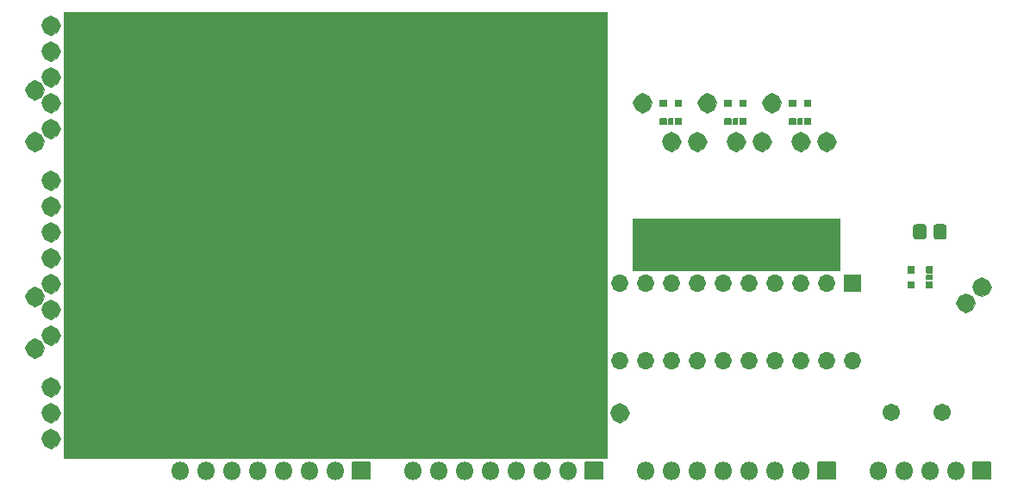
<source format=gbr>
G04 #@! TF.GenerationSoftware,KiCad,Pcbnew,(5.1.8)-1*
G04 #@! TF.CreationDate,2022-02-21T20:22:27+03:00*
G04 #@! TF.ProjectId,template-b,74656d70-6c61-4746-952d-622e6b696361,rev?*
G04 #@! TF.SameCoordinates,Original*
G04 #@! TF.FileFunction,Soldermask,Bot*
G04 #@! TF.FilePolarity,Negative*
%FSLAX46Y46*%
G04 Gerber Fmt 4.6, Leading zero omitted, Abs format (unit mm)*
G04 Created by KiCad (PCBNEW (5.1.8)-1) date 2022-02-21 20:22:27*
%MOMM*%
%LPD*%
G01*
G04 APERTURE LIST*
%ADD10C,0.100000*%
%ADD11O,1.802000X1.802000*%
%ADD12C,1.702000*%
%ADD13O,1.702000X1.702000*%
G04 APERTURE END LIST*
D10*
G36*
X81915000Y-57785000D02*
G01*
X82232500Y-58420000D01*
X81915000Y-59055000D01*
X81280000Y-59372500D01*
X80645000Y-59055000D01*
X80327500Y-58420000D01*
X80645000Y-57785000D01*
X81280000Y-57467500D01*
X81915000Y-57785000D01*
G37*
X81915000Y-57785000D02*
X82232500Y-58420000D01*
X81915000Y-59055000D01*
X81280000Y-59372500D01*
X80645000Y-59055000D01*
X80327500Y-58420000D01*
X80645000Y-57785000D01*
X81280000Y-57467500D01*
X81915000Y-57785000D01*
G36*
X24447500Y-51435000D02*
G01*
X24765000Y-52070000D01*
X24447500Y-52705000D01*
X23812500Y-53022500D01*
X23177500Y-52705000D01*
X22860000Y-52070000D01*
X23177500Y-51435000D01*
X23812500Y-51117500D01*
X24447500Y-51435000D01*
G37*
X24447500Y-51435000D02*
X24765000Y-52070000D01*
X24447500Y-52705000D01*
X23812500Y-53022500D01*
X23177500Y-52705000D01*
X22860000Y-52070000D01*
X23177500Y-51435000D01*
X23812500Y-51117500D01*
X24447500Y-51435000D01*
G36*
X24447500Y-46355000D02*
G01*
X24765000Y-46990000D01*
X24447500Y-47625000D01*
X23812500Y-47942500D01*
X23177500Y-47625000D01*
X22860000Y-46990000D01*
X23177500Y-46355000D01*
X23812500Y-46037500D01*
X24447500Y-46355000D01*
G37*
X24447500Y-46355000D02*
X24765000Y-46990000D01*
X24447500Y-47625000D01*
X23812500Y-47942500D01*
X23177500Y-47625000D01*
X22860000Y-46990000D01*
X23177500Y-46355000D01*
X23812500Y-46037500D01*
X24447500Y-46355000D01*
G36*
X24447500Y-31115000D02*
G01*
X24765000Y-31750000D01*
X24447500Y-32385000D01*
X23812500Y-32702500D01*
X23177500Y-32385000D01*
X22860000Y-31750000D01*
X23177500Y-31115000D01*
X23812500Y-30797500D01*
X24447500Y-31115000D01*
G37*
X24447500Y-31115000D02*
X24765000Y-31750000D01*
X24447500Y-32385000D01*
X23812500Y-32702500D01*
X23177500Y-32385000D01*
X22860000Y-31750000D01*
X23177500Y-31115000D01*
X23812500Y-30797500D01*
X24447500Y-31115000D01*
G36*
X24447500Y-26035000D02*
G01*
X24765000Y-26670000D01*
X24447500Y-27305000D01*
X23812500Y-27622500D01*
X23177500Y-27305000D01*
X22860000Y-26670000D01*
X23177500Y-26035000D01*
X23812500Y-25717500D01*
X24447500Y-26035000D01*
G37*
X24447500Y-26035000D02*
X24765000Y-26670000D01*
X24447500Y-27305000D01*
X23812500Y-27622500D01*
X23177500Y-27305000D01*
X22860000Y-26670000D01*
X23177500Y-26035000D01*
X23812500Y-25717500D01*
X24447500Y-26035000D01*
G36*
X26035000Y-60325000D02*
G01*
X26352500Y-60960000D01*
X26035000Y-61595000D01*
X25400000Y-61912500D01*
X24765000Y-61595000D01*
X24447500Y-60960000D01*
X24765000Y-60325000D01*
X25400000Y-60007500D01*
X26035000Y-60325000D01*
G37*
X26035000Y-60325000D02*
X26352500Y-60960000D01*
X26035000Y-61595000D01*
X25400000Y-61912500D01*
X24765000Y-61595000D01*
X24447500Y-60960000D01*
X24765000Y-60325000D01*
X25400000Y-60007500D01*
X26035000Y-60325000D01*
G36*
X26035000Y-57785000D02*
G01*
X26352500Y-58420000D01*
X26035000Y-59055000D01*
X25400000Y-59372500D01*
X24765000Y-59055000D01*
X24447500Y-58420000D01*
X24765000Y-57785000D01*
X25400000Y-57467500D01*
X26035000Y-57785000D01*
G37*
X26035000Y-57785000D02*
X26352500Y-58420000D01*
X26035000Y-59055000D01*
X25400000Y-59372500D01*
X24765000Y-59055000D01*
X24447500Y-58420000D01*
X24765000Y-57785000D01*
X25400000Y-57467500D01*
X26035000Y-57785000D01*
G36*
X26035000Y-55245000D02*
G01*
X26352500Y-55880000D01*
X26035000Y-56515000D01*
X25400000Y-56832500D01*
X24765000Y-56515000D01*
X24447500Y-55880000D01*
X24765000Y-55245000D01*
X25400000Y-54927500D01*
X26035000Y-55245000D01*
G37*
X26035000Y-55245000D02*
X26352500Y-55880000D01*
X26035000Y-56515000D01*
X25400000Y-56832500D01*
X24765000Y-56515000D01*
X24447500Y-55880000D01*
X24765000Y-55245000D01*
X25400000Y-54927500D01*
X26035000Y-55245000D01*
G36*
X26035000Y-50165000D02*
G01*
X26352500Y-50800000D01*
X26035000Y-51435000D01*
X25400000Y-51752500D01*
X24765000Y-51435000D01*
X24447500Y-50800000D01*
X24765000Y-50165000D01*
X25400000Y-49847500D01*
X26035000Y-50165000D01*
G37*
X26035000Y-50165000D02*
X26352500Y-50800000D01*
X26035000Y-51435000D01*
X25400000Y-51752500D01*
X24765000Y-51435000D01*
X24447500Y-50800000D01*
X24765000Y-50165000D01*
X25400000Y-49847500D01*
X26035000Y-50165000D01*
G36*
X26035000Y-47625000D02*
G01*
X26352500Y-48260000D01*
X26035000Y-48895000D01*
X25400000Y-49212500D01*
X24765000Y-48895000D01*
X24447500Y-48260000D01*
X24765000Y-47625000D01*
X25400000Y-47307500D01*
X26035000Y-47625000D01*
G37*
X26035000Y-47625000D02*
X26352500Y-48260000D01*
X26035000Y-48895000D01*
X25400000Y-49212500D01*
X24765000Y-48895000D01*
X24447500Y-48260000D01*
X24765000Y-47625000D01*
X25400000Y-47307500D01*
X26035000Y-47625000D01*
G36*
X26035000Y-45085000D02*
G01*
X26352500Y-45720000D01*
X26035000Y-46355000D01*
X25400000Y-46672500D01*
X24765000Y-46355000D01*
X24447500Y-45720000D01*
X24765000Y-45085000D01*
X25400000Y-44767500D01*
X26035000Y-45085000D01*
G37*
X26035000Y-45085000D02*
X26352500Y-45720000D01*
X26035000Y-46355000D01*
X25400000Y-46672500D01*
X24765000Y-46355000D01*
X24447500Y-45720000D01*
X24765000Y-45085000D01*
X25400000Y-44767500D01*
X26035000Y-45085000D01*
G36*
X26035000Y-42545000D02*
G01*
X26352500Y-43180000D01*
X26035000Y-43815000D01*
X25400000Y-44132500D01*
X24765000Y-43815000D01*
X24447500Y-43180000D01*
X24765000Y-42545000D01*
X25400000Y-42227500D01*
X26035000Y-42545000D01*
G37*
X26035000Y-42545000D02*
X26352500Y-43180000D01*
X26035000Y-43815000D01*
X25400000Y-44132500D01*
X24765000Y-43815000D01*
X24447500Y-43180000D01*
X24765000Y-42545000D01*
X25400000Y-42227500D01*
X26035000Y-42545000D01*
G36*
X26035000Y-40005000D02*
G01*
X26352500Y-40640000D01*
X26035000Y-41275000D01*
X25400000Y-41592500D01*
X24765000Y-41275000D01*
X24447500Y-40640000D01*
X24765000Y-40005000D01*
X25400000Y-39687500D01*
X26035000Y-40005000D01*
G37*
X26035000Y-40005000D02*
X26352500Y-40640000D01*
X26035000Y-41275000D01*
X25400000Y-41592500D01*
X24765000Y-41275000D01*
X24447500Y-40640000D01*
X24765000Y-40005000D01*
X25400000Y-39687500D01*
X26035000Y-40005000D01*
G36*
X26035000Y-37465000D02*
G01*
X26352500Y-38100000D01*
X26035000Y-38735000D01*
X25400000Y-39052500D01*
X24765000Y-38735000D01*
X24447500Y-38100000D01*
X24765000Y-37465000D01*
X25400000Y-37147500D01*
X26035000Y-37465000D01*
G37*
X26035000Y-37465000D02*
X26352500Y-38100000D01*
X26035000Y-38735000D01*
X25400000Y-39052500D01*
X24765000Y-38735000D01*
X24447500Y-38100000D01*
X24765000Y-37465000D01*
X25400000Y-37147500D01*
X26035000Y-37465000D01*
G36*
X26035000Y-34925000D02*
G01*
X26352500Y-35560000D01*
X26035000Y-36195000D01*
X25400000Y-36512500D01*
X24765000Y-36195000D01*
X24447500Y-35560000D01*
X24765000Y-34925000D01*
X25400000Y-34607500D01*
X26035000Y-34925000D01*
G37*
X26035000Y-34925000D02*
X26352500Y-35560000D01*
X26035000Y-36195000D01*
X25400000Y-36512500D01*
X24765000Y-36195000D01*
X24447500Y-35560000D01*
X24765000Y-34925000D01*
X25400000Y-34607500D01*
X26035000Y-34925000D01*
G36*
X26035000Y-29845000D02*
G01*
X26352500Y-30480000D01*
X26035000Y-31115000D01*
X25400000Y-31432500D01*
X24765000Y-31115000D01*
X24447500Y-30480000D01*
X24765000Y-29845000D01*
X25400000Y-29527500D01*
X26035000Y-29845000D01*
G37*
X26035000Y-29845000D02*
X26352500Y-30480000D01*
X26035000Y-31115000D01*
X25400000Y-31432500D01*
X24765000Y-31115000D01*
X24447500Y-30480000D01*
X24765000Y-29845000D01*
X25400000Y-29527500D01*
X26035000Y-29845000D01*
G36*
X26035000Y-27305000D02*
G01*
X26352500Y-27940000D01*
X26035000Y-28575000D01*
X25400000Y-28892500D01*
X24765000Y-28575000D01*
X24447500Y-27940000D01*
X24765000Y-27305000D01*
X25400000Y-26987500D01*
X26035000Y-27305000D01*
G37*
X26035000Y-27305000D02*
X26352500Y-27940000D01*
X26035000Y-28575000D01*
X25400000Y-28892500D01*
X24765000Y-28575000D01*
X24447500Y-27940000D01*
X24765000Y-27305000D01*
X25400000Y-26987500D01*
X26035000Y-27305000D01*
G36*
X26035000Y-24765000D02*
G01*
X26352500Y-25400000D01*
X26035000Y-26035000D01*
X25400000Y-26352500D01*
X24765000Y-26035000D01*
X24447500Y-25400000D01*
X24765000Y-24765000D01*
X25400000Y-24447500D01*
X26035000Y-24765000D01*
G37*
X26035000Y-24765000D02*
X26352500Y-25400000D01*
X26035000Y-26035000D01*
X25400000Y-26352500D01*
X24765000Y-26035000D01*
X24447500Y-25400000D01*
X24765000Y-24765000D01*
X25400000Y-24447500D01*
X26035000Y-24765000D01*
G36*
X26035000Y-22225000D02*
G01*
X26352500Y-22860000D01*
X26035000Y-23495000D01*
X25400000Y-23812500D01*
X24765000Y-23495000D01*
X24447500Y-22860000D01*
X24765000Y-22225000D01*
X25400000Y-21907500D01*
X26035000Y-22225000D01*
G37*
X26035000Y-22225000D02*
X26352500Y-22860000D01*
X26035000Y-23495000D01*
X25400000Y-23812500D01*
X24765000Y-23495000D01*
X24447500Y-22860000D01*
X24765000Y-22225000D01*
X25400000Y-21907500D01*
X26035000Y-22225000D01*
G36*
X26035000Y-19685000D02*
G01*
X26352500Y-20320000D01*
X26035000Y-20955000D01*
X25400000Y-21272500D01*
X24765000Y-20955000D01*
X24447500Y-20320000D01*
X24765000Y-19685000D01*
X25400000Y-19367500D01*
X26035000Y-19685000D01*
G37*
X26035000Y-19685000D02*
X26352500Y-20320000D01*
X26035000Y-20955000D01*
X25400000Y-21272500D01*
X24765000Y-20955000D01*
X24447500Y-20320000D01*
X24765000Y-19685000D01*
X25400000Y-19367500D01*
X26035000Y-19685000D01*
G36*
X115887500Y-46990000D02*
G01*
X116205000Y-47625000D01*
X115887500Y-48260000D01*
X115252500Y-48577500D01*
X114617500Y-48260000D01*
X114300000Y-47625000D01*
X114617500Y-46990000D01*
X115252500Y-46672500D01*
X115887500Y-46990000D01*
G37*
X115887500Y-46990000D02*
X116205000Y-47625000D01*
X115887500Y-48260000D01*
X115252500Y-48577500D01*
X114617500Y-48260000D01*
X114300000Y-47625000D01*
X114617500Y-46990000D01*
X115252500Y-46672500D01*
X115887500Y-46990000D01*
G36*
X117475000Y-45402500D02*
G01*
X117792500Y-46037500D01*
X117475000Y-46672500D01*
X116840000Y-46990000D01*
X116205000Y-46672500D01*
X115887500Y-46037500D01*
X116205000Y-45402500D01*
X116840000Y-45085000D01*
X117475000Y-45402500D01*
G37*
X117475000Y-45402500D02*
X117792500Y-46037500D01*
X117475000Y-46672500D01*
X116840000Y-46990000D01*
X116205000Y-46672500D01*
X115887500Y-46037500D01*
X116205000Y-45402500D01*
X116840000Y-45085000D01*
X117475000Y-45402500D01*
G36*
X93345000Y-31115000D02*
G01*
X93662500Y-31750000D01*
X93345000Y-32385000D01*
X92710000Y-32702500D01*
X92075000Y-32385000D01*
X91757500Y-31750000D01*
X92075000Y-31115000D01*
X92710000Y-30797500D01*
X93345000Y-31115000D01*
G37*
X93345000Y-31115000D02*
X93662500Y-31750000D01*
X93345000Y-32385000D01*
X92710000Y-32702500D01*
X92075000Y-32385000D01*
X91757500Y-31750000D01*
X92075000Y-31115000D01*
X92710000Y-30797500D01*
X93345000Y-31115000D01*
G36*
X89535000Y-31115000D02*
G01*
X89852500Y-31750000D01*
X89535000Y-32385000D01*
X88900000Y-32702500D01*
X88265000Y-32385000D01*
X87947500Y-31750000D01*
X88265000Y-31115000D01*
X88900000Y-30797500D01*
X89535000Y-31115000D01*
G37*
X89535000Y-31115000D02*
X89852500Y-31750000D01*
X89535000Y-32385000D01*
X88900000Y-32702500D01*
X88265000Y-32385000D01*
X87947500Y-31750000D01*
X88265000Y-31115000D01*
X88900000Y-30797500D01*
X89535000Y-31115000D01*
G36*
X86995000Y-31115000D02*
G01*
X87312500Y-31750000D01*
X86995000Y-32385000D01*
X86360000Y-32702500D01*
X85725000Y-32385000D01*
X85407500Y-31750000D01*
X85725000Y-31115000D01*
X86360000Y-30797500D01*
X86995000Y-31115000D01*
G37*
X86995000Y-31115000D02*
X87312500Y-31750000D01*
X86995000Y-32385000D01*
X86360000Y-32702500D01*
X85725000Y-32385000D01*
X85407500Y-31750000D01*
X85725000Y-31115000D01*
X86360000Y-30797500D01*
X86995000Y-31115000D01*
G36*
X84137500Y-27305000D02*
G01*
X84455000Y-27940000D01*
X84137500Y-28575000D01*
X83502500Y-28892500D01*
X82867500Y-28575000D01*
X82550000Y-27940000D01*
X82867500Y-27305000D01*
X83502500Y-26987500D01*
X84137500Y-27305000D01*
G37*
X84137500Y-27305000D02*
X84455000Y-27940000D01*
X84137500Y-28575000D01*
X83502500Y-28892500D01*
X82867500Y-28575000D01*
X82550000Y-27940000D01*
X82867500Y-27305000D01*
X83502500Y-26987500D01*
X84137500Y-27305000D01*
G36*
X90487500Y-27305000D02*
G01*
X90805000Y-27940000D01*
X90487500Y-28575000D01*
X89852500Y-28892500D01*
X89217500Y-28575000D01*
X88900000Y-27940000D01*
X89217500Y-27305000D01*
X89852500Y-26987500D01*
X90487500Y-27305000D01*
G37*
X90487500Y-27305000D02*
X90805000Y-27940000D01*
X90487500Y-28575000D01*
X89852500Y-28892500D01*
X89217500Y-28575000D01*
X88900000Y-27940000D01*
X89217500Y-27305000D01*
X89852500Y-26987500D01*
X90487500Y-27305000D01*
G36*
X96837500Y-27305000D02*
G01*
X97155000Y-27940000D01*
X96837500Y-28575000D01*
X96202500Y-28892500D01*
X95567500Y-28575000D01*
X95250000Y-27940000D01*
X95567500Y-27305000D01*
X96202500Y-26987500D01*
X96837500Y-27305000D01*
G37*
X96837500Y-27305000D02*
X97155000Y-27940000D01*
X96837500Y-28575000D01*
X96202500Y-28892500D01*
X95567500Y-28575000D01*
X95250000Y-27940000D01*
X95567500Y-27305000D01*
X96202500Y-26987500D01*
X96837500Y-27305000D01*
G36*
X95885000Y-31115000D02*
G01*
X96202500Y-31750000D01*
X95885000Y-32385000D01*
X95250000Y-32702500D01*
X94615000Y-32385000D01*
X94297500Y-31750000D01*
X94615000Y-31115000D01*
X95250000Y-30797500D01*
X95885000Y-31115000D01*
G37*
X95885000Y-31115000D02*
X96202500Y-31750000D01*
X95885000Y-32385000D01*
X95250000Y-32702500D01*
X94615000Y-32385000D01*
X94297500Y-31750000D01*
X94615000Y-31115000D01*
X95250000Y-30797500D01*
X95885000Y-31115000D01*
G36*
X99695000Y-31115000D02*
G01*
X100012500Y-31750000D01*
X99695000Y-32385000D01*
X99060000Y-32702500D01*
X98425000Y-32385000D01*
X98107500Y-31750000D01*
X98425000Y-31115000D01*
X99060000Y-30797500D01*
X99695000Y-31115000D01*
G37*
X99695000Y-31115000D02*
X100012500Y-31750000D01*
X99695000Y-32385000D01*
X99060000Y-32702500D01*
X98425000Y-32385000D01*
X98107500Y-31750000D01*
X98425000Y-31115000D01*
X99060000Y-30797500D01*
X99695000Y-31115000D01*
G36*
X102235000Y-31115000D02*
G01*
X102552500Y-31750000D01*
X102235000Y-32385000D01*
X101600000Y-32702500D01*
X100965000Y-32385000D01*
X100647500Y-31750000D01*
X100965000Y-31115000D01*
X101600000Y-30797500D01*
X102235000Y-31115000D01*
G37*
X102235000Y-31115000D02*
X102552500Y-31750000D01*
X102235000Y-32385000D01*
X101600000Y-32702500D01*
X100965000Y-32385000D01*
X100647500Y-31750000D01*
X100965000Y-31115000D01*
X101600000Y-30797500D01*
X102235000Y-31115000D01*
G36*
X102870000Y-44450000D02*
G01*
X82550000Y-44450000D01*
X82550000Y-39370000D01*
X102870000Y-39370000D01*
X102870000Y-44450000D01*
G37*
X102870000Y-44450000D02*
X82550000Y-44450000D01*
X82550000Y-39370000D01*
X102870000Y-39370000D01*
X102870000Y-44450000D01*
G36*
X80010000Y-62865000D02*
G01*
X26670000Y-62865000D01*
X26670000Y-19050000D01*
X80010000Y-19050000D01*
X80010000Y-62865000D01*
G37*
X80010000Y-62865000D02*
X26670000Y-62865000D01*
X26670000Y-19050000D01*
X80010000Y-19050000D01*
X80010000Y-62865000D01*
G36*
X81915000Y-57785000D02*
G01*
X82232500Y-58420000D01*
X81915000Y-59055000D01*
X81280000Y-59372500D01*
X80645000Y-59055000D01*
X80327500Y-58420000D01*
X80645000Y-57785000D01*
X81280000Y-57467500D01*
X81915000Y-57785000D01*
G37*
X81915000Y-57785000D02*
X82232500Y-58420000D01*
X81915000Y-59055000D01*
X81280000Y-59372500D01*
X80645000Y-59055000D01*
X80327500Y-58420000D01*
X80645000Y-57785000D01*
X81280000Y-57467500D01*
X81915000Y-57785000D01*
G36*
X24447500Y-51435000D02*
G01*
X24765000Y-52070000D01*
X24447500Y-52705000D01*
X23812500Y-53022500D01*
X23177500Y-52705000D01*
X22860000Y-52070000D01*
X23177500Y-51435000D01*
X23812500Y-51117500D01*
X24447500Y-51435000D01*
G37*
X24447500Y-51435000D02*
X24765000Y-52070000D01*
X24447500Y-52705000D01*
X23812500Y-53022500D01*
X23177500Y-52705000D01*
X22860000Y-52070000D01*
X23177500Y-51435000D01*
X23812500Y-51117500D01*
X24447500Y-51435000D01*
G36*
X24447500Y-46355000D02*
G01*
X24765000Y-46990000D01*
X24447500Y-47625000D01*
X23812500Y-47942500D01*
X23177500Y-47625000D01*
X22860000Y-46990000D01*
X23177500Y-46355000D01*
X23812500Y-46037500D01*
X24447500Y-46355000D01*
G37*
X24447500Y-46355000D02*
X24765000Y-46990000D01*
X24447500Y-47625000D01*
X23812500Y-47942500D01*
X23177500Y-47625000D01*
X22860000Y-46990000D01*
X23177500Y-46355000D01*
X23812500Y-46037500D01*
X24447500Y-46355000D01*
G36*
X24447500Y-31115000D02*
G01*
X24765000Y-31750000D01*
X24447500Y-32385000D01*
X23812500Y-32702500D01*
X23177500Y-32385000D01*
X22860000Y-31750000D01*
X23177500Y-31115000D01*
X23812500Y-30797500D01*
X24447500Y-31115000D01*
G37*
X24447500Y-31115000D02*
X24765000Y-31750000D01*
X24447500Y-32385000D01*
X23812500Y-32702500D01*
X23177500Y-32385000D01*
X22860000Y-31750000D01*
X23177500Y-31115000D01*
X23812500Y-30797500D01*
X24447500Y-31115000D01*
G36*
X24447500Y-26035000D02*
G01*
X24765000Y-26670000D01*
X24447500Y-27305000D01*
X23812500Y-27622500D01*
X23177500Y-27305000D01*
X22860000Y-26670000D01*
X23177500Y-26035000D01*
X23812500Y-25717500D01*
X24447500Y-26035000D01*
G37*
X24447500Y-26035000D02*
X24765000Y-26670000D01*
X24447500Y-27305000D01*
X23812500Y-27622500D01*
X23177500Y-27305000D01*
X22860000Y-26670000D01*
X23177500Y-26035000D01*
X23812500Y-25717500D01*
X24447500Y-26035000D01*
G36*
X26035000Y-60325000D02*
G01*
X26352500Y-60960000D01*
X26035000Y-61595000D01*
X25400000Y-61912500D01*
X24765000Y-61595000D01*
X24447500Y-60960000D01*
X24765000Y-60325000D01*
X25400000Y-60007500D01*
X26035000Y-60325000D01*
G37*
X26035000Y-60325000D02*
X26352500Y-60960000D01*
X26035000Y-61595000D01*
X25400000Y-61912500D01*
X24765000Y-61595000D01*
X24447500Y-60960000D01*
X24765000Y-60325000D01*
X25400000Y-60007500D01*
X26035000Y-60325000D01*
G36*
X26035000Y-57785000D02*
G01*
X26352500Y-58420000D01*
X26035000Y-59055000D01*
X25400000Y-59372500D01*
X24765000Y-59055000D01*
X24447500Y-58420000D01*
X24765000Y-57785000D01*
X25400000Y-57467500D01*
X26035000Y-57785000D01*
G37*
X26035000Y-57785000D02*
X26352500Y-58420000D01*
X26035000Y-59055000D01*
X25400000Y-59372500D01*
X24765000Y-59055000D01*
X24447500Y-58420000D01*
X24765000Y-57785000D01*
X25400000Y-57467500D01*
X26035000Y-57785000D01*
G36*
X26035000Y-55245000D02*
G01*
X26352500Y-55880000D01*
X26035000Y-56515000D01*
X25400000Y-56832500D01*
X24765000Y-56515000D01*
X24447500Y-55880000D01*
X24765000Y-55245000D01*
X25400000Y-54927500D01*
X26035000Y-55245000D01*
G37*
X26035000Y-55245000D02*
X26352500Y-55880000D01*
X26035000Y-56515000D01*
X25400000Y-56832500D01*
X24765000Y-56515000D01*
X24447500Y-55880000D01*
X24765000Y-55245000D01*
X25400000Y-54927500D01*
X26035000Y-55245000D01*
G36*
X26035000Y-50165000D02*
G01*
X26352500Y-50800000D01*
X26035000Y-51435000D01*
X25400000Y-51752500D01*
X24765000Y-51435000D01*
X24447500Y-50800000D01*
X24765000Y-50165000D01*
X25400000Y-49847500D01*
X26035000Y-50165000D01*
G37*
X26035000Y-50165000D02*
X26352500Y-50800000D01*
X26035000Y-51435000D01*
X25400000Y-51752500D01*
X24765000Y-51435000D01*
X24447500Y-50800000D01*
X24765000Y-50165000D01*
X25400000Y-49847500D01*
X26035000Y-50165000D01*
G36*
X26035000Y-47625000D02*
G01*
X26352500Y-48260000D01*
X26035000Y-48895000D01*
X25400000Y-49212500D01*
X24765000Y-48895000D01*
X24447500Y-48260000D01*
X24765000Y-47625000D01*
X25400000Y-47307500D01*
X26035000Y-47625000D01*
G37*
X26035000Y-47625000D02*
X26352500Y-48260000D01*
X26035000Y-48895000D01*
X25400000Y-49212500D01*
X24765000Y-48895000D01*
X24447500Y-48260000D01*
X24765000Y-47625000D01*
X25400000Y-47307500D01*
X26035000Y-47625000D01*
G36*
X26035000Y-45085000D02*
G01*
X26352500Y-45720000D01*
X26035000Y-46355000D01*
X25400000Y-46672500D01*
X24765000Y-46355000D01*
X24447500Y-45720000D01*
X24765000Y-45085000D01*
X25400000Y-44767500D01*
X26035000Y-45085000D01*
G37*
X26035000Y-45085000D02*
X26352500Y-45720000D01*
X26035000Y-46355000D01*
X25400000Y-46672500D01*
X24765000Y-46355000D01*
X24447500Y-45720000D01*
X24765000Y-45085000D01*
X25400000Y-44767500D01*
X26035000Y-45085000D01*
G36*
X26035000Y-42545000D02*
G01*
X26352500Y-43180000D01*
X26035000Y-43815000D01*
X25400000Y-44132500D01*
X24765000Y-43815000D01*
X24447500Y-43180000D01*
X24765000Y-42545000D01*
X25400000Y-42227500D01*
X26035000Y-42545000D01*
G37*
X26035000Y-42545000D02*
X26352500Y-43180000D01*
X26035000Y-43815000D01*
X25400000Y-44132500D01*
X24765000Y-43815000D01*
X24447500Y-43180000D01*
X24765000Y-42545000D01*
X25400000Y-42227500D01*
X26035000Y-42545000D01*
G36*
X26035000Y-40005000D02*
G01*
X26352500Y-40640000D01*
X26035000Y-41275000D01*
X25400000Y-41592500D01*
X24765000Y-41275000D01*
X24447500Y-40640000D01*
X24765000Y-40005000D01*
X25400000Y-39687500D01*
X26035000Y-40005000D01*
G37*
X26035000Y-40005000D02*
X26352500Y-40640000D01*
X26035000Y-41275000D01*
X25400000Y-41592500D01*
X24765000Y-41275000D01*
X24447500Y-40640000D01*
X24765000Y-40005000D01*
X25400000Y-39687500D01*
X26035000Y-40005000D01*
G36*
X26035000Y-37465000D02*
G01*
X26352500Y-38100000D01*
X26035000Y-38735000D01*
X25400000Y-39052500D01*
X24765000Y-38735000D01*
X24447500Y-38100000D01*
X24765000Y-37465000D01*
X25400000Y-37147500D01*
X26035000Y-37465000D01*
G37*
X26035000Y-37465000D02*
X26352500Y-38100000D01*
X26035000Y-38735000D01*
X25400000Y-39052500D01*
X24765000Y-38735000D01*
X24447500Y-38100000D01*
X24765000Y-37465000D01*
X25400000Y-37147500D01*
X26035000Y-37465000D01*
G36*
X26035000Y-34925000D02*
G01*
X26352500Y-35560000D01*
X26035000Y-36195000D01*
X25400000Y-36512500D01*
X24765000Y-36195000D01*
X24447500Y-35560000D01*
X24765000Y-34925000D01*
X25400000Y-34607500D01*
X26035000Y-34925000D01*
G37*
X26035000Y-34925000D02*
X26352500Y-35560000D01*
X26035000Y-36195000D01*
X25400000Y-36512500D01*
X24765000Y-36195000D01*
X24447500Y-35560000D01*
X24765000Y-34925000D01*
X25400000Y-34607500D01*
X26035000Y-34925000D01*
G36*
X26035000Y-29845000D02*
G01*
X26352500Y-30480000D01*
X26035000Y-31115000D01*
X25400000Y-31432500D01*
X24765000Y-31115000D01*
X24447500Y-30480000D01*
X24765000Y-29845000D01*
X25400000Y-29527500D01*
X26035000Y-29845000D01*
G37*
X26035000Y-29845000D02*
X26352500Y-30480000D01*
X26035000Y-31115000D01*
X25400000Y-31432500D01*
X24765000Y-31115000D01*
X24447500Y-30480000D01*
X24765000Y-29845000D01*
X25400000Y-29527500D01*
X26035000Y-29845000D01*
G36*
X26035000Y-27305000D02*
G01*
X26352500Y-27940000D01*
X26035000Y-28575000D01*
X25400000Y-28892500D01*
X24765000Y-28575000D01*
X24447500Y-27940000D01*
X24765000Y-27305000D01*
X25400000Y-26987500D01*
X26035000Y-27305000D01*
G37*
X26035000Y-27305000D02*
X26352500Y-27940000D01*
X26035000Y-28575000D01*
X25400000Y-28892500D01*
X24765000Y-28575000D01*
X24447500Y-27940000D01*
X24765000Y-27305000D01*
X25400000Y-26987500D01*
X26035000Y-27305000D01*
G36*
X26035000Y-24765000D02*
G01*
X26352500Y-25400000D01*
X26035000Y-26035000D01*
X25400000Y-26352500D01*
X24765000Y-26035000D01*
X24447500Y-25400000D01*
X24765000Y-24765000D01*
X25400000Y-24447500D01*
X26035000Y-24765000D01*
G37*
X26035000Y-24765000D02*
X26352500Y-25400000D01*
X26035000Y-26035000D01*
X25400000Y-26352500D01*
X24765000Y-26035000D01*
X24447500Y-25400000D01*
X24765000Y-24765000D01*
X25400000Y-24447500D01*
X26035000Y-24765000D01*
G36*
X26035000Y-22225000D02*
G01*
X26352500Y-22860000D01*
X26035000Y-23495000D01*
X25400000Y-23812500D01*
X24765000Y-23495000D01*
X24447500Y-22860000D01*
X24765000Y-22225000D01*
X25400000Y-21907500D01*
X26035000Y-22225000D01*
G37*
X26035000Y-22225000D02*
X26352500Y-22860000D01*
X26035000Y-23495000D01*
X25400000Y-23812500D01*
X24765000Y-23495000D01*
X24447500Y-22860000D01*
X24765000Y-22225000D01*
X25400000Y-21907500D01*
X26035000Y-22225000D01*
G36*
X26035000Y-19685000D02*
G01*
X26352500Y-20320000D01*
X26035000Y-20955000D01*
X25400000Y-21272500D01*
X24765000Y-20955000D01*
X24447500Y-20320000D01*
X24765000Y-19685000D01*
X25400000Y-19367500D01*
X26035000Y-19685000D01*
G37*
X26035000Y-19685000D02*
X26352500Y-20320000D01*
X26035000Y-20955000D01*
X25400000Y-21272500D01*
X24765000Y-20955000D01*
X24447500Y-20320000D01*
X24765000Y-19685000D01*
X25400000Y-19367500D01*
X26035000Y-19685000D01*
G36*
X115887500Y-46990000D02*
G01*
X116205000Y-47625000D01*
X115887500Y-48260000D01*
X115252500Y-48577500D01*
X114617500Y-48260000D01*
X114300000Y-47625000D01*
X114617500Y-46990000D01*
X115252500Y-46672500D01*
X115887500Y-46990000D01*
G37*
X115887500Y-46990000D02*
X116205000Y-47625000D01*
X115887500Y-48260000D01*
X115252500Y-48577500D01*
X114617500Y-48260000D01*
X114300000Y-47625000D01*
X114617500Y-46990000D01*
X115252500Y-46672500D01*
X115887500Y-46990000D01*
G36*
X117475000Y-45402500D02*
G01*
X117792500Y-46037500D01*
X117475000Y-46672500D01*
X116840000Y-46990000D01*
X116205000Y-46672500D01*
X115887500Y-46037500D01*
X116205000Y-45402500D01*
X116840000Y-45085000D01*
X117475000Y-45402500D01*
G37*
X117475000Y-45402500D02*
X117792500Y-46037500D01*
X117475000Y-46672500D01*
X116840000Y-46990000D01*
X116205000Y-46672500D01*
X115887500Y-46037500D01*
X116205000Y-45402500D01*
X116840000Y-45085000D01*
X117475000Y-45402500D01*
G36*
X93345000Y-31115000D02*
G01*
X93662500Y-31750000D01*
X93345000Y-32385000D01*
X92710000Y-32702500D01*
X92075000Y-32385000D01*
X91757500Y-31750000D01*
X92075000Y-31115000D01*
X92710000Y-30797500D01*
X93345000Y-31115000D01*
G37*
X93345000Y-31115000D02*
X93662500Y-31750000D01*
X93345000Y-32385000D01*
X92710000Y-32702500D01*
X92075000Y-32385000D01*
X91757500Y-31750000D01*
X92075000Y-31115000D01*
X92710000Y-30797500D01*
X93345000Y-31115000D01*
G36*
X89535000Y-31115000D02*
G01*
X89852500Y-31750000D01*
X89535000Y-32385000D01*
X88900000Y-32702500D01*
X88265000Y-32385000D01*
X87947500Y-31750000D01*
X88265000Y-31115000D01*
X88900000Y-30797500D01*
X89535000Y-31115000D01*
G37*
X89535000Y-31115000D02*
X89852500Y-31750000D01*
X89535000Y-32385000D01*
X88900000Y-32702500D01*
X88265000Y-32385000D01*
X87947500Y-31750000D01*
X88265000Y-31115000D01*
X88900000Y-30797500D01*
X89535000Y-31115000D01*
G36*
X86995000Y-31115000D02*
G01*
X87312500Y-31750000D01*
X86995000Y-32385000D01*
X86360000Y-32702500D01*
X85725000Y-32385000D01*
X85407500Y-31750000D01*
X85725000Y-31115000D01*
X86360000Y-30797500D01*
X86995000Y-31115000D01*
G37*
X86995000Y-31115000D02*
X87312500Y-31750000D01*
X86995000Y-32385000D01*
X86360000Y-32702500D01*
X85725000Y-32385000D01*
X85407500Y-31750000D01*
X85725000Y-31115000D01*
X86360000Y-30797500D01*
X86995000Y-31115000D01*
G36*
X84137500Y-27305000D02*
G01*
X84455000Y-27940000D01*
X84137500Y-28575000D01*
X83502500Y-28892500D01*
X82867500Y-28575000D01*
X82550000Y-27940000D01*
X82867500Y-27305000D01*
X83502500Y-26987500D01*
X84137500Y-27305000D01*
G37*
X84137500Y-27305000D02*
X84455000Y-27940000D01*
X84137500Y-28575000D01*
X83502500Y-28892500D01*
X82867500Y-28575000D01*
X82550000Y-27940000D01*
X82867500Y-27305000D01*
X83502500Y-26987500D01*
X84137500Y-27305000D01*
G36*
X90487500Y-27305000D02*
G01*
X90805000Y-27940000D01*
X90487500Y-28575000D01*
X89852500Y-28892500D01*
X89217500Y-28575000D01*
X88900000Y-27940000D01*
X89217500Y-27305000D01*
X89852500Y-26987500D01*
X90487500Y-27305000D01*
G37*
X90487500Y-27305000D02*
X90805000Y-27940000D01*
X90487500Y-28575000D01*
X89852500Y-28892500D01*
X89217500Y-28575000D01*
X88900000Y-27940000D01*
X89217500Y-27305000D01*
X89852500Y-26987500D01*
X90487500Y-27305000D01*
G36*
X96837500Y-27305000D02*
G01*
X97155000Y-27940000D01*
X96837500Y-28575000D01*
X96202500Y-28892500D01*
X95567500Y-28575000D01*
X95250000Y-27940000D01*
X95567500Y-27305000D01*
X96202500Y-26987500D01*
X96837500Y-27305000D01*
G37*
X96837500Y-27305000D02*
X97155000Y-27940000D01*
X96837500Y-28575000D01*
X96202500Y-28892500D01*
X95567500Y-28575000D01*
X95250000Y-27940000D01*
X95567500Y-27305000D01*
X96202500Y-26987500D01*
X96837500Y-27305000D01*
G36*
X95885000Y-31115000D02*
G01*
X96202500Y-31750000D01*
X95885000Y-32385000D01*
X95250000Y-32702500D01*
X94615000Y-32385000D01*
X94297500Y-31750000D01*
X94615000Y-31115000D01*
X95250000Y-30797500D01*
X95885000Y-31115000D01*
G37*
X95885000Y-31115000D02*
X96202500Y-31750000D01*
X95885000Y-32385000D01*
X95250000Y-32702500D01*
X94615000Y-32385000D01*
X94297500Y-31750000D01*
X94615000Y-31115000D01*
X95250000Y-30797500D01*
X95885000Y-31115000D01*
G36*
X99695000Y-31115000D02*
G01*
X100012500Y-31750000D01*
X99695000Y-32385000D01*
X99060000Y-32702500D01*
X98425000Y-32385000D01*
X98107500Y-31750000D01*
X98425000Y-31115000D01*
X99060000Y-30797500D01*
X99695000Y-31115000D01*
G37*
X99695000Y-31115000D02*
X100012500Y-31750000D01*
X99695000Y-32385000D01*
X99060000Y-32702500D01*
X98425000Y-32385000D01*
X98107500Y-31750000D01*
X98425000Y-31115000D01*
X99060000Y-30797500D01*
X99695000Y-31115000D01*
G36*
X102235000Y-31115000D02*
G01*
X102552500Y-31750000D01*
X102235000Y-32385000D01*
X101600000Y-32702500D01*
X100965000Y-32385000D01*
X100647500Y-31750000D01*
X100965000Y-31115000D01*
X101600000Y-30797500D01*
X102235000Y-31115000D01*
G37*
X102235000Y-31115000D02*
X102552500Y-31750000D01*
X102235000Y-32385000D01*
X101600000Y-32702500D01*
X100965000Y-32385000D01*
X100647500Y-31750000D01*
X100965000Y-31115000D01*
X101600000Y-30797500D01*
X102235000Y-31115000D01*
G36*
X102870000Y-44450000D02*
G01*
X82550000Y-44450000D01*
X82550000Y-39370000D01*
X102870000Y-39370000D01*
X102870000Y-44450000D01*
G37*
X102870000Y-44450000D02*
X82550000Y-44450000D01*
X82550000Y-39370000D01*
X102870000Y-39370000D01*
X102870000Y-44450000D01*
G36*
X80010000Y-62865000D02*
G01*
X26670000Y-62865000D01*
X26670000Y-19050000D01*
X80010000Y-19050000D01*
X80010000Y-62865000D01*
G37*
X80010000Y-62865000D02*
X26670000Y-62865000D01*
X26670000Y-19050000D01*
X80010000Y-19050000D01*
X80010000Y-62865000D01*
G36*
G01*
X28419752Y-32671000D02*
X27460248Y-32671000D01*
G75*
G02*
X27189000Y-32399752I0J271248D01*
G01*
X27189000Y-31640248D01*
G75*
G02*
X27460248Y-31369000I271248J0D01*
G01*
X28419752Y-31369000D01*
G75*
G02*
X28691000Y-31640248I0J-271248D01*
G01*
X28691000Y-32399752D01*
G75*
G02*
X28419752Y-32671000I-271248J0D01*
G01*
G37*
G36*
G01*
X28419752Y-34671000D02*
X27460248Y-34671000D01*
G75*
G02*
X27189000Y-34399752I0J271248D01*
G01*
X27189000Y-33640248D01*
G75*
G02*
X27460248Y-33369000I271248J0D01*
G01*
X28419752Y-33369000D01*
G75*
G02*
X28691000Y-33640248I0J-271248D01*
G01*
X28691000Y-34399752D01*
G75*
G02*
X28419752Y-34671000I-271248J0D01*
G01*
G37*
G36*
G01*
X99273500Y-29500000D02*
X99273500Y-30100000D01*
G75*
G02*
X99222500Y-30151000I-51000J0D01*
G01*
X98822500Y-30151000D01*
G75*
G02*
X98771500Y-30100000I0J51000D01*
G01*
X98771500Y-29500000D01*
G75*
G02*
X98822500Y-29449000I51000J0D01*
G01*
X99222500Y-29449000D01*
G75*
G02*
X99273500Y-29500000I0J-51000D01*
G01*
G37*
G36*
G01*
X100123500Y-29500000D02*
X100123500Y-30100000D01*
G75*
G02*
X100072500Y-30151000I-51000J0D01*
G01*
X99472500Y-30151000D01*
G75*
G02*
X99421500Y-30100000I0J51000D01*
G01*
X99421500Y-29500000D01*
G75*
G02*
X99472500Y-29449000I51000J0D01*
G01*
X100072500Y-29449000D01*
G75*
G02*
X100123500Y-29500000I0J-51000D01*
G01*
G37*
G36*
G01*
X98623500Y-29500000D02*
X98623500Y-30100000D01*
G75*
G02*
X98572500Y-30151000I-51000J0D01*
G01*
X97972500Y-30151000D01*
G75*
G02*
X97921500Y-30100000I0J51000D01*
G01*
X97921500Y-29500000D01*
G75*
G02*
X97972500Y-29449000I51000J0D01*
G01*
X98572500Y-29449000D01*
G75*
G02*
X98623500Y-29500000I0J-51000D01*
G01*
G37*
G36*
G01*
X98623500Y-27700000D02*
X98623500Y-28300000D01*
G75*
G02*
X98572500Y-28351000I-51000J0D01*
G01*
X97972500Y-28351000D01*
G75*
G02*
X97921500Y-28300000I0J51000D01*
G01*
X97921500Y-27700000D01*
G75*
G02*
X97972500Y-27649000I51000J0D01*
G01*
X98572500Y-27649000D01*
G75*
G02*
X98623500Y-27700000I0J-51000D01*
G01*
G37*
G36*
G01*
X100123500Y-27700000D02*
X100123500Y-28300000D01*
G75*
G02*
X100072500Y-28351000I-51000J0D01*
G01*
X99472500Y-28351000D01*
G75*
G02*
X99421500Y-28300000I0J51000D01*
G01*
X99421500Y-27700000D01*
G75*
G02*
X99472500Y-27649000I51000J0D01*
G01*
X100072500Y-27649000D01*
G75*
G02*
X100123500Y-27700000I0J-51000D01*
G01*
G37*
G36*
G01*
X92923500Y-29500000D02*
X92923500Y-30100000D01*
G75*
G02*
X92872500Y-30151000I-51000J0D01*
G01*
X92472500Y-30151000D01*
G75*
G02*
X92421500Y-30100000I0J51000D01*
G01*
X92421500Y-29500000D01*
G75*
G02*
X92472500Y-29449000I51000J0D01*
G01*
X92872500Y-29449000D01*
G75*
G02*
X92923500Y-29500000I0J-51000D01*
G01*
G37*
G36*
G01*
X93773500Y-29500000D02*
X93773500Y-30100000D01*
G75*
G02*
X93722500Y-30151000I-51000J0D01*
G01*
X93122500Y-30151000D01*
G75*
G02*
X93071500Y-30100000I0J51000D01*
G01*
X93071500Y-29500000D01*
G75*
G02*
X93122500Y-29449000I51000J0D01*
G01*
X93722500Y-29449000D01*
G75*
G02*
X93773500Y-29500000I0J-51000D01*
G01*
G37*
G36*
G01*
X92273500Y-29500000D02*
X92273500Y-30100000D01*
G75*
G02*
X92222500Y-30151000I-51000J0D01*
G01*
X91622500Y-30151000D01*
G75*
G02*
X91571500Y-30100000I0J51000D01*
G01*
X91571500Y-29500000D01*
G75*
G02*
X91622500Y-29449000I51000J0D01*
G01*
X92222500Y-29449000D01*
G75*
G02*
X92273500Y-29500000I0J-51000D01*
G01*
G37*
G36*
G01*
X92273500Y-27700000D02*
X92273500Y-28300000D01*
G75*
G02*
X92222500Y-28351000I-51000J0D01*
G01*
X91622500Y-28351000D01*
G75*
G02*
X91571500Y-28300000I0J51000D01*
G01*
X91571500Y-27700000D01*
G75*
G02*
X91622500Y-27649000I51000J0D01*
G01*
X92222500Y-27649000D01*
G75*
G02*
X92273500Y-27700000I0J-51000D01*
G01*
G37*
G36*
G01*
X93773500Y-27700000D02*
X93773500Y-28300000D01*
G75*
G02*
X93722500Y-28351000I-51000J0D01*
G01*
X93122500Y-28351000D01*
G75*
G02*
X93071500Y-28300000I0J51000D01*
G01*
X93071500Y-27700000D01*
G75*
G02*
X93122500Y-27649000I51000J0D01*
G01*
X93722500Y-27649000D01*
G75*
G02*
X93773500Y-27700000I0J-51000D01*
G01*
G37*
G36*
G01*
X86573500Y-29500000D02*
X86573500Y-30100000D01*
G75*
G02*
X86522500Y-30151000I-51000J0D01*
G01*
X86122500Y-30151000D01*
G75*
G02*
X86071500Y-30100000I0J51000D01*
G01*
X86071500Y-29500000D01*
G75*
G02*
X86122500Y-29449000I51000J0D01*
G01*
X86522500Y-29449000D01*
G75*
G02*
X86573500Y-29500000I0J-51000D01*
G01*
G37*
G36*
G01*
X87423500Y-29500000D02*
X87423500Y-30100000D01*
G75*
G02*
X87372500Y-30151000I-51000J0D01*
G01*
X86772500Y-30151000D01*
G75*
G02*
X86721500Y-30100000I0J51000D01*
G01*
X86721500Y-29500000D01*
G75*
G02*
X86772500Y-29449000I51000J0D01*
G01*
X87372500Y-29449000D01*
G75*
G02*
X87423500Y-29500000I0J-51000D01*
G01*
G37*
G36*
G01*
X85923500Y-29500000D02*
X85923500Y-30100000D01*
G75*
G02*
X85872500Y-30151000I-51000J0D01*
G01*
X85272500Y-30151000D01*
G75*
G02*
X85221500Y-30100000I0J51000D01*
G01*
X85221500Y-29500000D01*
G75*
G02*
X85272500Y-29449000I51000J0D01*
G01*
X85872500Y-29449000D01*
G75*
G02*
X85923500Y-29500000I0J-51000D01*
G01*
G37*
G36*
G01*
X85923500Y-27700000D02*
X85923500Y-28300000D01*
G75*
G02*
X85872500Y-28351000I-51000J0D01*
G01*
X85272500Y-28351000D01*
G75*
G02*
X85221500Y-28300000I0J51000D01*
G01*
X85221500Y-27700000D01*
G75*
G02*
X85272500Y-27649000I51000J0D01*
G01*
X85872500Y-27649000D01*
G75*
G02*
X85923500Y-27700000I0J-51000D01*
G01*
G37*
G36*
G01*
X87423500Y-27700000D02*
X87423500Y-28300000D01*
G75*
G02*
X87372500Y-28351000I-51000J0D01*
G01*
X86772500Y-28351000D01*
G75*
G02*
X86721500Y-28300000I0J51000D01*
G01*
X86721500Y-27700000D01*
G75*
G02*
X86772500Y-27649000I51000J0D01*
G01*
X87372500Y-27649000D01*
G75*
G02*
X87423500Y-27700000I0J-51000D01*
G01*
G37*
G36*
G01*
X28419752Y-52991000D02*
X27460248Y-52991000D01*
G75*
G02*
X27189000Y-52719752I0J271248D01*
G01*
X27189000Y-51960248D01*
G75*
G02*
X27460248Y-51689000I271248J0D01*
G01*
X28419752Y-51689000D01*
G75*
G02*
X28691000Y-51960248I0J-271248D01*
G01*
X28691000Y-52719752D01*
G75*
G02*
X28419752Y-52991000I-271248J0D01*
G01*
G37*
G36*
G01*
X28419752Y-54991000D02*
X27460248Y-54991000D01*
G75*
G02*
X27189000Y-54719752I0J271248D01*
G01*
X27189000Y-53960248D01*
G75*
G02*
X27460248Y-53689000I271248J0D01*
G01*
X28419752Y-53689000D01*
G75*
G02*
X28691000Y-53960248I0J-271248D01*
G01*
X28691000Y-54719752D01*
G75*
G02*
X28419752Y-54991000I-271248J0D01*
G01*
G37*
G36*
G01*
X111411000Y-40160248D02*
X111411000Y-41119752D01*
G75*
G02*
X111139752Y-41391000I-271248J0D01*
G01*
X110380248Y-41391000D01*
G75*
G02*
X110109000Y-41119752I0J271248D01*
G01*
X110109000Y-40160248D01*
G75*
G02*
X110380248Y-39889000I271248J0D01*
G01*
X111139752Y-39889000D01*
G75*
G02*
X111411000Y-40160248I0J-271248D01*
G01*
G37*
G36*
G01*
X113411000Y-40160248D02*
X113411000Y-41119752D01*
G75*
G02*
X113139752Y-41391000I-271248J0D01*
G01*
X112380248Y-41391000D01*
G75*
G02*
X112109000Y-41119752I0J271248D01*
G01*
X112109000Y-40160248D01*
G75*
G02*
X112380248Y-39889000I271248J0D01*
G01*
X113139752Y-39889000D01*
G75*
G02*
X113411000Y-40160248I0J-271248D01*
G01*
G37*
D11*
X83820000Y-64135000D03*
X86360000Y-64135000D03*
X88900000Y-64135000D03*
X91440000Y-64135000D03*
X93980000Y-64135000D03*
X96520000Y-64135000D03*
X99060000Y-64135000D03*
G36*
G01*
X100750000Y-63234000D02*
X102450000Y-63234000D01*
G75*
G02*
X102501000Y-63285000I0J-51000D01*
G01*
X102501000Y-64985000D01*
G75*
G02*
X102450000Y-65036000I-51000J0D01*
G01*
X100750000Y-65036000D01*
G75*
G02*
X100699000Y-64985000I0J51000D01*
G01*
X100699000Y-63285000D01*
G75*
G02*
X100750000Y-63234000I51000J0D01*
G01*
G37*
X60960000Y-64135000D03*
X63500000Y-64135000D03*
X66040000Y-64135000D03*
X68580000Y-64135000D03*
X71120000Y-64135000D03*
X73660000Y-64135000D03*
X76200000Y-64135000D03*
G36*
G01*
X77890000Y-63234000D02*
X79590000Y-63234000D01*
G75*
G02*
X79641000Y-63285000I0J-51000D01*
G01*
X79641000Y-64985000D01*
G75*
G02*
X79590000Y-65036000I-51000J0D01*
G01*
X77890000Y-65036000D01*
G75*
G02*
X77839000Y-64985000I0J51000D01*
G01*
X77839000Y-63285000D01*
G75*
G02*
X77890000Y-63234000I51000J0D01*
G01*
G37*
X38100000Y-64135000D03*
X40640000Y-64135000D03*
X43180000Y-64135000D03*
X45720000Y-64135000D03*
X48260000Y-64135000D03*
X50800000Y-64135000D03*
X53340000Y-64135000D03*
G36*
G01*
X55030000Y-63234000D02*
X56730000Y-63234000D01*
G75*
G02*
X56781000Y-63285000I0J-51000D01*
G01*
X56781000Y-64985000D01*
G75*
G02*
X56730000Y-65036000I-51000J0D01*
G01*
X55030000Y-65036000D01*
G75*
G02*
X54979000Y-64985000I0J51000D01*
G01*
X54979000Y-63285000D01*
G75*
G02*
X55030000Y-63234000I51000J0D01*
G01*
G37*
D12*
X107950000Y-58420000D03*
X112950000Y-58420000D03*
G36*
G01*
X103340000Y-44869000D02*
X104940000Y-44869000D01*
G75*
G02*
X104991000Y-44920000I0J-51000D01*
G01*
X104991000Y-46520000D01*
G75*
G02*
X104940000Y-46571000I-51000J0D01*
G01*
X103340000Y-46571000D01*
G75*
G02*
X103289000Y-46520000I0J51000D01*
G01*
X103289000Y-44920000D01*
G75*
G02*
X103340000Y-44869000I51000J0D01*
G01*
G37*
D13*
X81280000Y-53340000D03*
X101600000Y-45720000D03*
X83820000Y-53340000D03*
X99060000Y-45720000D03*
X86360000Y-53340000D03*
X96520000Y-45720000D03*
X88900000Y-53340000D03*
X93980000Y-45720000D03*
X91440000Y-53340000D03*
X91440000Y-45720000D03*
X93980000Y-53340000D03*
X88900000Y-45720000D03*
X96520000Y-53340000D03*
X86360000Y-45720000D03*
X99060000Y-53340000D03*
X83820000Y-45720000D03*
X101600000Y-53340000D03*
X81280000Y-45720000D03*
X104140000Y-53340000D03*
G36*
G01*
X115990000Y-63234000D02*
X117690000Y-63234000D01*
G75*
G02*
X117741000Y-63285000I0J-51000D01*
G01*
X117741000Y-64985000D01*
G75*
G02*
X117690000Y-65036000I-51000J0D01*
G01*
X115990000Y-65036000D01*
G75*
G02*
X115939000Y-64985000I0J51000D01*
G01*
X115939000Y-63285000D01*
G75*
G02*
X115990000Y-63234000I51000J0D01*
G01*
G37*
D11*
X114300000Y-64135000D03*
X111760000Y-64135000D03*
X109220000Y-64135000D03*
X106680000Y-64135000D03*
G36*
G01*
X109615000Y-44021500D02*
X110215000Y-44021500D01*
G75*
G02*
X110266000Y-44072500I0J-51000D01*
G01*
X110266000Y-44672500D01*
G75*
G02*
X110215000Y-44723500I-51000J0D01*
G01*
X109615000Y-44723500D01*
G75*
G02*
X109564000Y-44672500I0J51000D01*
G01*
X109564000Y-44072500D01*
G75*
G02*
X109615000Y-44021500I51000J0D01*
G01*
G37*
G36*
G01*
X109615000Y-45521500D02*
X110215000Y-45521500D01*
G75*
G02*
X110266000Y-45572500I0J-51000D01*
G01*
X110266000Y-46172500D01*
G75*
G02*
X110215000Y-46223500I-51000J0D01*
G01*
X109615000Y-46223500D01*
G75*
G02*
X109564000Y-46172500I0J51000D01*
G01*
X109564000Y-45572500D01*
G75*
G02*
X109615000Y-45521500I51000J0D01*
G01*
G37*
G36*
G01*
X111415000Y-45521500D02*
X112015000Y-45521500D01*
G75*
G02*
X112066000Y-45572500I0J-51000D01*
G01*
X112066000Y-46172500D01*
G75*
G02*
X112015000Y-46223500I-51000J0D01*
G01*
X111415000Y-46223500D01*
G75*
G02*
X111364000Y-46172500I0J51000D01*
G01*
X111364000Y-45572500D01*
G75*
G02*
X111415000Y-45521500I51000J0D01*
G01*
G37*
G36*
G01*
X111415000Y-44021500D02*
X112015000Y-44021500D01*
G75*
G02*
X112066000Y-44072500I0J-51000D01*
G01*
X112066000Y-44672500D01*
G75*
G02*
X112015000Y-44723500I-51000J0D01*
G01*
X111415000Y-44723500D01*
G75*
G02*
X111364000Y-44672500I0J51000D01*
G01*
X111364000Y-44072500D01*
G75*
G02*
X111415000Y-44021500I51000J0D01*
G01*
G37*
G36*
G01*
X111415000Y-44871500D02*
X112015000Y-44871500D01*
G75*
G02*
X112066000Y-44922500I0J-51000D01*
G01*
X112066000Y-45322500D01*
G75*
G02*
X112015000Y-45373500I-51000J0D01*
G01*
X111415000Y-45373500D01*
G75*
G02*
X111364000Y-45322500I0J51000D01*
G01*
X111364000Y-44922500D01*
G75*
G02*
X111415000Y-44871500I51000J0D01*
G01*
G37*
M02*

</source>
